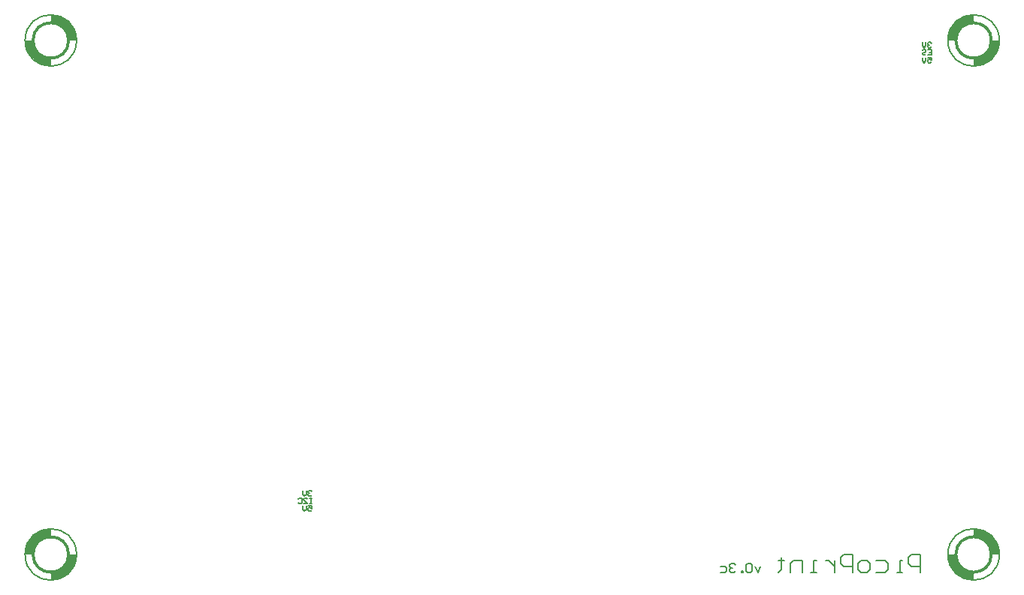
<source format=gbo>
G04*
G04 #@! TF.GenerationSoftware,Altium Limited,Altium Designer,18.1.4 (159)*
G04*
G04 Layer_Color=32896*
%FSLAX44Y44*%
%MOMM*%
G71*
G01*
G75*
%ADD13C,0.2000*%
%ADD16C,0.3000*%
%ADD17C,0.1500*%
G36*
X30000Y50150D02*
X26750D01*
X25450Y48850D01*
X21550D01*
X17650Y44950D01*
X17000D01*
X12450Y40400D01*
Y39100D01*
X10500Y37150D01*
Y30500D01*
X10000Y30000D01*
X1000D01*
Y34800D01*
X2050Y37150D01*
X2700Y41050D01*
X4650Y43000D01*
Y44950D01*
X9200Y49500D01*
Y50150D01*
X13750Y54700D01*
X15700D01*
X17650Y56650D01*
X20250D01*
X22200Y58600D01*
X26750D01*
X27400Y59250D01*
X30000D01*
Y50150D01*
D02*
G37*
G36*
X59000Y25200D02*
X57950Y22850D01*
X57300Y18950D01*
X55350Y17000D01*
Y15050D01*
X50800Y10500D01*
Y9850D01*
X46250Y5300D01*
X44300D01*
X42350Y3350D01*
X39750D01*
X37800Y1400D01*
X33250D01*
X32600Y750D01*
X30000D01*
Y9850D01*
X33250D01*
X34550Y11150D01*
X38450D01*
X42350Y15050D01*
X43000D01*
X47550Y19600D01*
Y20900D01*
X49500Y22850D01*
Y29500D01*
X50000Y30000D01*
X59000D01*
Y25200D01*
D02*
G37*
G36*
X37150Y637950D02*
X41050Y637300D01*
X43000Y635350D01*
X44950D01*
X49500Y630800D01*
X50150D01*
X54700Y626250D01*
Y624300D01*
X56650Y622350D01*
Y619750D01*
X58600Y617800D01*
Y613250D01*
X59250Y612600D01*
Y610000D01*
X50150D01*
Y613250D01*
X48850Y614550D01*
Y618450D01*
X44950Y622350D01*
Y623000D01*
X40400Y627550D01*
X39100D01*
X37150Y629500D01*
X30500D01*
X30000Y630000D01*
Y639000D01*
X34800D01*
X37150Y637950D01*
D02*
G37*
G36*
X9850Y606750D02*
X11150Y605450D01*
Y601550D01*
X15050Y597650D01*
Y597000D01*
X19600Y592450D01*
X20900D01*
X22850Y590500D01*
X29500D01*
X30000Y590000D01*
Y581000D01*
X25200D01*
X22850Y582050D01*
X18950Y582700D01*
X17000Y584650D01*
X15050D01*
X10500Y589200D01*
X9850D01*
X5300Y593750D01*
Y595700D01*
X3350Y597650D01*
Y600250D01*
X1400Y602200D01*
Y606750D01*
X750Y607400D01*
Y610000D01*
X9850D01*
Y606750D01*
D02*
G37*
G36*
X1077150Y57950D02*
X1081050Y57300D01*
X1083000Y55350D01*
X1084950D01*
X1089500Y50800D01*
X1090150D01*
X1094700Y46250D01*
Y44300D01*
X1096650Y42350D01*
Y39750D01*
X1098600Y37800D01*
Y33250D01*
X1099250Y32600D01*
Y30000D01*
X1090150D01*
Y33250D01*
X1088850Y34550D01*
Y38450D01*
X1084950Y42350D01*
Y43000D01*
X1080400Y47550D01*
X1079100D01*
X1077150Y49500D01*
X1070500D01*
X1070000Y50000D01*
Y59000D01*
X1074800D01*
X1077150Y57950D01*
D02*
G37*
G36*
X1049850Y26750D02*
X1051150Y25450D01*
Y21550D01*
X1055050Y17650D01*
Y17000D01*
X1059600Y12450D01*
X1060900D01*
X1062850Y10500D01*
X1069500D01*
X1070000Y10000D01*
Y1000D01*
X1065200D01*
X1062850Y2050D01*
X1058950Y2700D01*
X1057000Y4650D01*
X1055050D01*
X1050500Y9200D01*
X1049850D01*
X1045300Y13750D01*
Y15700D01*
X1043350Y17650D01*
Y20250D01*
X1041400Y22200D01*
Y26750D01*
X1040750Y27400D01*
Y30000D01*
X1049850D01*
Y26750D01*
D02*
G37*
G36*
X1070000Y630150D02*
X1066750D01*
X1065450Y628850D01*
X1061550D01*
X1057650Y624950D01*
X1057000D01*
X1052450Y620400D01*
Y619100D01*
X1050500Y617150D01*
Y610500D01*
X1050000Y610000D01*
X1041000D01*
Y614800D01*
X1042050Y617150D01*
X1042700Y621050D01*
X1044650Y623000D01*
Y624950D01*
X1049200Y629500D01*
Y630150D01*
X1053750Y634700D01*
X1055700D01*
X1057650Y636650D01*
X1060250D01*
X1062200Y638600D01*
X1066750D01*
X1067400Y639250D01*
X1070000D01*
Y630150D01*
D02*
G37*
G36*
X1099000Y605200D02*
X1097950Y602850D01*
X1097300Y598950D01*
X1095350Y597000D01*
Y595050D01*
X1090800Y590500D01*
Y589850D01*
X1086250Y585300D01*
X1084300D01*
X1082350Y583350D01*
X1079750D01*
X1077800Y581400D01*
X1073250D01*
X1072600Y580750D01*
X1070000D01*
Y589850D01*
X1073250D01*
X1074550Y591150D01*
X1078450D01*
X1082350Y595050D01*
X1083000D01*
X1087550Y599600D01*
Y600900D01*
X1089500Y602850D01*
Y609500D01*
X1090000Y610000D01*
X1099000D01*
Y605200D01*
D02*
G37*
D13*
X1010000Y10000D02*
Y29994D01*
X1000003D01*
X996671Y26661D01*
Y19997D01*
X1000003Y16665D01*
X1010000D01*
X990006Y10000D02*
X983342D01*
X986674D01*
Y23329D01*
X990006D01*
X960016D02*
X970013D01*
X973345Y19997D01*
Y13332D01*
X970013Y10000D01*
X960016D01*
X950019D02*
X943355D01*
X940023Y13332D01*
Y19997D01*
X943355Y23329D01*
X950019D01*
X953352Y19997D01*
Y13332D01*
X950019Y10000D01*
X933358D02*
Y29994D01*
X923361D01*
X920029Y26661D01*
Y19997D01*
X923361Y16665D01*
X933358D01*
X913364Y23329D02*
Y10000D01*
Y16665D01*
X910032Y19997D01*
X906700Y23329D01*
X903368D01*
X893371Y10000D02*
X886706D01*
X890039D01*
Y23329D01*
X893371D01*
X876710Y10000D02*
Y23329D01*
X866713D01*
X863381Y19997D01*
Y10000D01*
X853384Y26661D02*
Y23329D01*
X856716D01*
X850052D01*
X853384D01*
Y13332D01*
X850052Y10000D01*
X830000Y16665D02*
X826668Y10000D01*
X823335Y16665D01*
X820003Y18331D02*
X818337Y19997D01*
X815005D01*
X813339Y18331D01*
Y11666D01*
X815005Y10000D01*
X818337D01*
X820003Y11666D01*
Y18331D01*
X810006Y10000D02*
Y11666D01*
X808340D01*
Y10000D01*
X810006D01*
X801676Y18331D02*
X800010Y19997D01*
X796677D01*
X795011Y18331D01*
Y16665D01*
X796677Y14998D01*
X798344D01*
X796677D01*
X795011Y13332D01*
Y11666D01*
X796677Y10000D01*
X800010D01*
X801676Y11666D01*
X785014Y16665D02*
X790013D01*
X791679Y14998D01*
Y11666D01*
X790013Y10000D01*
X785014D01*
D16*
X1090000Y30000D02*
G03*
X1090000Y30000I-20000J0D01*
G01*
X50000Y30000D02*
G03*
X50000Y30000I-20000J0D01*
G01*
X1090000Y610000D02*
G03*
X1090000Y610000I-20000J0D01*
G01*
X50000D02*
G03*
X50000Y610000I-20000J0D01*
G01*
D17*
X1099000Y30000D02*
G03*
X1099000Y30000I-29000J0D01*
G01*
X59000Y30000D02*
G03*
X59000Y30000I-29000J0D01*
G01*
X1099000Y610000D02*
G03*
X1099000Y610000I-29000J0D01*
G01*
X59000D02*
G03*
X59000Y610000I-29000J0D01*
G01*
X1018263Y590827D02*
X1022261D01*
Y587828D01*
X1020262Y588828D01*
X1019262D01*
X1018263Y587828D01*
Y585829D01*
X1019262Y584829D01*
X1021262D01*
X1022261Y585829D01*
X1016263Y590827D02*
Y586829D01*
X1014264Y584829D01*
X1012265Y586829D01*
Y590827D01*
X1022261Y606828D02*
X1021262Y607827D01*
X1019262D01*
X1018263Y606828D01*
Y605828D01*
X1019262Y604828D01*
X1020262D01*
X1019262D01*
X1018263Y603829D01*
Y602829D01*
X1019262Y601829D01*
X1021262D01*
X1022261Y602829D01*
X1016263Y607827D02*
Y603829D01*
X1014264Y601829D01*
X1012265Y603829D01*
Y607827D01*
X1018263Y599646D02*
X1022261D01*
Y593647D01*
X1018263D01*
X1022261Y596646D02*
X1020262D01*
X1012265Y598646D02*
X1013264Y599646D01*
X1015264D01*
X1016263Y598646D01*
Y597646D01*
X1015264Y596646D01*
X1013264D01*
X1012265Y595647D01*
Y594647D01*
X1013264Y593647D01*
X1015264D01*
X1016263Y594647D01*
X324000Y93816D02*
X322000D01*
X323000D01*
Y87818D01*
X324000D01*
X322000D01*
X315003D02*
X319001D01*
X315003Y91816D01*
Y92816D01*
X316002Y93816D01*
X318002D01*
X319001Y92816D01*
X309005D02*
X310004Y93816D01*
X312004D01*
X313003Y92816D01*
Y88817D01*
X312004Y87818D01*
X310004D01*
X309005Y88817D01*
X324000Y100998D02*
X323000Y101998D01*
X321001D01*
X320001Y100998D01*
Y99998D01*
X321001Y98999D01*
X322000D01*
X321001D01*
X320001Y97999D01*
Y96999D01*
X321001Y96000D01*
X323000D01*
X324000Y96999D01*
X318002Y101998D02*
Y97999D01*
X316002Y96000D01*
X314003Y97999D01*
Y101998D01*
X320001Y84998D02*
X324000D01*
Y81999D01*
X322000Y82998D01*
X321001D01*
X320001Y81999D01*
Y79999D01*
X321001Y79000D01*
X323000D01*
X324000Y79999D01*
X318002Y84998D02*
Y80999D01*
X316002Y79000D01*
X314003Y80999D01*
Y84998D01*
M02*

</source>
